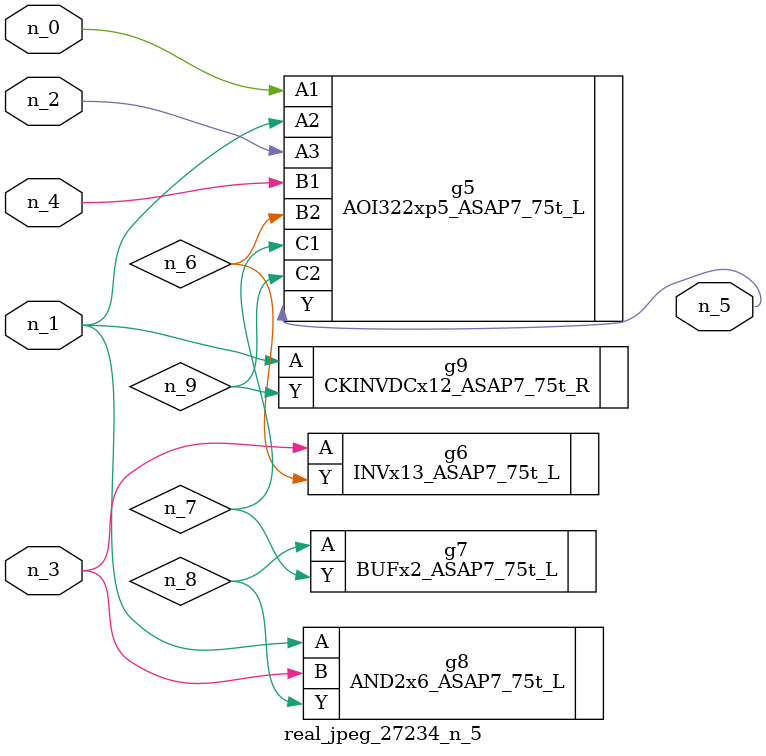
<source format=v>
module real_jpeg_27234_n_5 (n_4, n_0, n_1, n_2, n_3, n_5);

input n_4;
input n_0;
input n_1;
input n_2;
input n_3;

output n_5;

wire n_8;
wire n_6;
wire n_7;
wire n_9;

AOI322xp5_ASAP7_75t_L g5 ( 
.A1(n_0),
.A2(n_1),
.A3(n_2),
.B1(n_4),
.B2(n_6),
.C1(n_7),
.C2(n_9),
.Y(n_5)
);

AND2x6_ASAP7_75t_L g8 ( 
.A(n_1),
.B(n_3),
.Y(n_8)
);

CKINVDCx12_ASAP7_75t_R g9 ( 
.A(n_1),
.Y(n_9)
);

INVx13_ASAP7_75t_L g6 ( 
.A(n_3),
.Y(n_6)
);

BUFx2_ASAP7_75t_L g7 ( 
.A(n_8),
.Y(n_7)
);


endmodule
</source>
